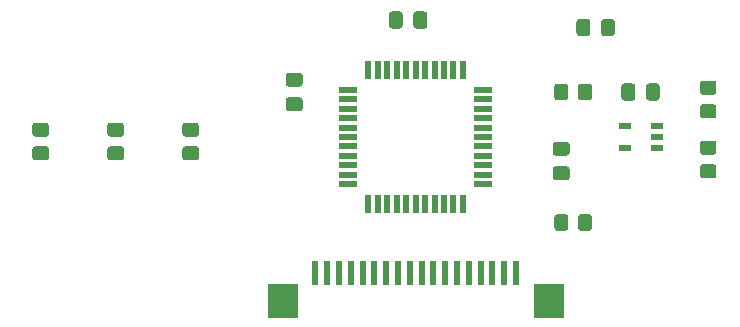
<source format=gbr>
%TF.GenerationSoftware,KiCad,Pcbnew,(5.1.9)-1*%
%TF.CreationDate,2021-07-28T13:21:10+01:00*%
%TF.ProjectId,RGBtoHDMI Amiga Denise CPLD FFC Rev 1.1,52474274-6f48-4444-9d49-20416d696761,rev?*%
%TF.SameCoordinates,Original*%
%TF.FileFunction,Paste,Top*%
%TF.FilePolarity,Positive*%
%FSLAX46Y46*%
G04 Gerber Fmt 4.6, Leading zero omitted, Abs format (unit mm)*
G04 Created by KiCad (PCBNEW (5.1.9)-1) date 2021-07-28 13:21:10*
%MOMM*%
%LPD*%
G01*
G04 APERTURE LIST*
%ADD10R,0.600000X2.000000*%
%ADD11R,2.500000X3.000000*%
%ADD12R,1.050000X0.600000*%
%ADD13R,1.500000X0.550000*%
%ADD14R,0.550000X1.500000*%
G04 APERTURE END LIST*
D10*
%TO.C,FFC18*%
X140090000Y-101645000D03*
X141090000Y-101645000D03*
X142090000Y-101645000D03*
X143090000Y-101645000D03*
X144090000Y-101645000D03*
X145090000Y-101645000D03*
X146090000Y-101645000D03*
X147090000Y-101645000D03*
X148090000Y-101645000D03*
X149090000Y-101645000D03*
X150090000Y-101645000D03*
X151090000Y-101645000D03*
X152090000Y-101645000D03*
X153090000Y-101645000D03*
X154090000Y-101645000D03*
X155090000Y-101645000D03*
X156090000Y-101645000D03*
X157090000Y-101645000D03*
D11*
X159840000Y-104095000D03*
X137340000Y-104095000D03*
%TD*%
%TO.C,R7*%
G36*
G01*
X116389999Y-90951000D02*
X117290001Y-90951000D01*
G75*
G02*
X117540000Y-91200999I0J-249999D01*
G01*
X117540000Y-91901001D01*
G75*
G02*
X117290001Y-92151000I-249999J0D01*
G01*
X116389999Y-92151000D01*
G75*
G02*
X116140000Y-91901001I0J249999D01*
G01*
X116140000Y-91200999D01*
G75*
G02*
X116389999Y-90951000I249999J0D01*
G01*
G37*
G36*
G01*
X116389999Y-88951000D02*
X117290001Y-88951000D01*
G75*
G02*
X117540000Y-89200999I0J-249999D01*
G01*
X117540000Y-89901001D01*
G75*
G02*
X117290001Y-90151000I-249999J0D01*
G01*
X116389999Y-90151000D01*
G75*
G02*
X116140000Y-89901001I0J249999D01*
G01*
X116140000Y-89200999D01*
G75*
G02*
X116389999Y-88951000I249999J0D01*
G01*
G37*
%TD*%
%TO.C,R6*%
G36*
G01*
X122739999Y-90951000D02*
X123640001Y-90951000D01*
G75*
G02*
X123890000Y-91200999I0J-249999D01*
G01*
X123890000Y-91901001D01*
G75*
G02*
X123640001Y-92151000I-249999J0D01*
G01*
X122739999Y-92151000D01*
G75*
G02*
X122490000Y-91901001I0J249999D01*
G01*
X122490000Y-91200999D01*
G75*
G02*
X122739999Y-90951000I249999J0D01*
G01*
G37*
G36*
G01*
X122739999Y-88951000D02*
X123640001Y-88951000D01*
G75*
G02*
X123890000Y-89200999I0J-249999D01*
G01*
X123890000Y-89901001D01*
G75*
G02*
X123640001Y-90151000I-249999J0D01*
G01*
X122739999Y-90151000D01*
G75*
G02*
X122490000Y-89901001I0J249999D01*
G01*
X122490000Y-89200999D01*
G75*
G02*
X122739999Y-88951000I249999J0D01*
G01*
G37*
%TD*%
%TO.C,C5*%
G36*
G01*
X168090000Y-86835000D02*
X168090000Y-85885000D01*
G75*
G02*
X168340000Y-85635000I250000J0D01*
G01*
X169015000Y-85635000D01*
G75*
G02*
X169265000Y-85885000I0J-250000D01*
G01*
X169265000Y-86835000D01*
G75*
G02*
X169015000Y-87085000I-250000J0D01*
G01*
X168340000Y-87085000D01*
G75*
G02*
X168090000Y-86835000I0J250000D01*
G01*
G37*
G36*
G01*
X166015000Y-86835000D02*
X166015000Y-85885000D01*
G75*
G02*
X166265000Y-85635000I250000J0D01*
G01*
X166940000Y-85635000D01*
G75*
G02*
X167190000Y-85885000I0J-250000D01*
G01*
X167190000Y-86835000D01*
G75*
G02*
X166940000Y-87085000I-250000J0D01*
G01*
X166265000Y-87085000D01*
G75*
G02*
X166015000Y-86835000I0J250000D01*
G01*
G37*
%TD*%
D12*
%TO.C,U2*%
X168990000Y-91120000D03*
X168990000Y-90170000D03*
X168990000Y-89220000D03*
X166290000Y-89220000D03*
X166290000Y-91120000D03*
%TD*%
%TO.C,R5*%
G36*
G01*
X172904999Y-92475000D02*
X173805001Y-92475000D01*
G75*
G02*
X174055000Y-92724999I0J-249999D01*
G01*
X174055000Y-93425001D01*
G75*
G02*
X173805001Y-93675000I-249999J0D01*
G01*
X172904999Y-93675000D01*
G75*
G02*
X172655000Y-93425001I0J249999D01*
G01*
X172655000Y-92724999D01*
G75*
G02*
X172904999Y-92475000I249999J0D01*
G01*
G37*
G36*
G01*
X172904999Y-90475000D02*
X173805001Y-90475000D01*
G75*
G02*
X174055000Y-90724999I0J-249999D01*
G01*
X174055000Y-91425001D01*
G75*
G02*
X173805001Y-91675000I-249999J0D01*
G01*
X172904999Y-91675000D01*
G75*
G02*
X172655000Y-91425001I0J249999D01*
G01*
X172655000Y-90724999D01*
G75*
G02*
X172904999Y-90475000I249999J0D01*
G01*
G37*
%TD*%
%TO.C,R4*%
G36*
G01*
X172904999Y-87395000D02*
X173805001Y-87395000D01*
G75*
G02*
X174055000Y-87644999I0J-249999D01*
G01*
X174055000Y-88345001D01*
G75*
G02*
X173805001Y-88595000I-249999J0D01*
G01*
X172904999Y-88595000D01*
G75*
G02*
X172655000Y-88345001I0J249999D01*
G01*
X172655000Y-87644999D01*
G75*
G02*
X172904999Y-87395000I249999J0D01*
G01*
G37*
G36*
G01*
X172904999Y-85395000D02*
X173805001Y-85395000D01*
G75*
G02*
X174055000Y-85644999I0J-249999D01*
G01*
X174055000Y-86345001D01*
G75*
G02*
X173805001Y-86595000I-249999J0D01*
G01*
X172904999Y-86595000D01*
G75*
G02*
X172655000Y-86345001I0J249999D01*
G01*
X172655000Y-85644999D01*
G75*
G02*
X172904999Y-85395000I249999J0D01*
G01*
G37*
%TD*%
%TO.C,C1*%
G36*
G01*
X164280000Y-81374000D02*
X164280000Y-80424000D01*
G75*
G02*
X164530000Y-80174000I250000J0D01*
G01*
X165205000Y-80174000D01*
G75*
G02*
X165455000Y-80424000I0J-250000D01*
G01*
X165455000Y-81374000D01*
G75*
G02*
X165205000Y-81624000I-250000J0D01*
G01*
X164530000Y-81624000D01*
G75*
G02*
X164280000Y-81374000I0J250000D01*
G01*
G37*
G36*
G01*
X162205000Y-81374000D02*
X162205000Y-80424000D01*
G75*
G02*
X162455000Y-80174000I250000J0D01*
G01*
X163130000Y-80174000D01*
G75*
G02*
X163380000Y-80424000I0J-250000D01*
G01*
X163380000Y-81374000D01*
G75*
G02*
X163130000Y-81624000I-250000J0D01*
G01*
X162455000Y-81624000D01*
G75*
G02*
X162205000Y-81374000I0J250000D01*
G01*
G37*
%TD*%
%TO.C,R3*%
G36*
G01*
X162325000Y-86810001D02*
X162325000Y-85909999D01*
G75*
G02*
X162574999Y-85660000I249999J0D01*
G01*
X163275001Y-85660000D01*
G75*
G02*
X163525000Y-85909999I0J-249999D01*
G01*
X163525000Y-86810001D01*
G75*
G02*
X163275001Y-87060000I-249999J0D01*
G01*
X162574999Y-87060000D01*
G75*
G02*
X162325000Y-86810001I0J249999D01*
G01*
G37*
G36*
G01*
X160325000Y-86810001D02*
X160325000Y-85909999D01*
G75*
G02*
X160574999Y-85660000I249999J0D01*
G01*
X161275001Y-85660000D01*
G75*
G02*
X161525000Y-85909999I0J-249999D01*
G01*
X161525000Y-86810001D01*
G75*
G02*
X161275001Y-87060000I-249999J0D01*
G01*
X160574999Y-87060000D01*
G75*
G02*
X160325000Y-86810001I0J249999D01*
G01*
G37*
%TD*%
%TO.C,R2*%
G36*
G01*
X162325000Y-97859001D02*
X162325000Y-96958999D01*
G75*
G02*
X162574999Y-96709000I249999J0D01*
G01*
X163275001Y-96709000D01*
G75*
G02*
X163525000Y-96958999I0J-249999D01*
G01*
X163525000Y-97859001D01*
G75*
G02*
X163275001Y-98109000I-249999J0D01*
G01*
X162574999Y-98109000D01*
G75*
G02*
X162325000Y-97859001I0J249999D01*
G01*
G37*
G36*
G01*
X160325000Y-97859001D02*
X160325000Y-96958999D01*
G75*
G02*
X160574999Y-96709000I249999J0D01*
G01*
X161275001Y-96709000D01*
G75*
G02*
X161525000Y-96958999I0J-249999D01*
G01*
X161525000Y-97859001D01*
G75*
G02*
X161275001Y-98109000I-249999J0D01*
G01*
X160574999Y-98109000D01*
G75*
G02*
X160325000Y-97859001I0J249999D01*
G01*
G37*
%TD*%
%TO.C,R1*%
G36*
G01*
X129089999Y-90951000D02*
X129990001Y-90951000D01*
G75*
G02*
X130240000Y-91200999I0J-249999D01*
G01*
X130240000Y-91901001D01*
G75*
G02*
X129990001Y-92151000I-249999J0D01*
G01*
X129089999Y-92151000D01*
G75*
G02*
X128840000Y-91901001I0J249999D01*
G01*
X128840000Y-91200999D01*
G75*
G02*
X129089999Y-90951000I249999J0D01*
G01*
G37*
G36*
G01*
X129089999Y-88951000D02*
X129990001Y-88951000D01*
G75*
G02*
X130240000Y-89200999I0J-249999D01*
G01*
X130240000Y-89901001D01*
G75*
G02*
X129990001Y-90151000I-249999J0D01*
G01*
X129089999Y-90151000D01*
G75*
G02*
X128840000Y-89901001I0J249999D01*
G01*
X128840000Y-89200999D01*
G75*
G02*
X129089999Y-88951000I249999J0D01*
G01*
G37*
%TD*%
%TO.C,C4*%
G36*
G01*
X138778000Y-85910000D02*
X137828000Y-85910000D01*
G75*
G02*
X137578000Y-85660000I0J250000D01*
G01*
X137578000Y-84985000D01*
G75*
G02*
X137828000Y-84735000I250000J0D01*
G01*
X138778000Y-84735000D01*
G75*
G02*
X139028000Y-84985000I0J-250000D01*
G01*
X139028000Y-85660000D01*
G75*
G02*
X138778000Y-85910000I-250000J0D01*
G01*
G37*
G36*
G01*
X138778000Y-87985000D02*
X137828000Y-87985000D01*
G75*
G02*
X137578000Y-87735000I0J250000D01*
G01*
X137578000Y-87060000D01*
G75*
G02*
X137828000Y-86810000I250000J0D01*
G01*
X138778000Y-86810000D01*
G75*
G02*
X139028000Y-87060000I0J-250000D01*
G01*
X139028000Y-87735000D01*
G75*
G02*
X138778000Y-87985000I-250000J0D01*
G01*
G37*
%TD*%
%TO.C,C3*%
G36*
G01*
X160434000Y-92652000D02*
X161384000Y-92652000D01*
G75*
G02*
X161634000Y-92902000I0J-250000D01*
G01*
X161634000Y-93577000D01*
G75*
G02*
X161384000Y-93827000I-250000J0D01*
G01*
X160434000Y-93827000D01*
G75*
G02*
X160184000Y-93577000I0J250000D01*
G01*
X160184000Y-92902000D01*
G75*
G02*
X160434000Y-92652000I250000J0D01*
G01*
G37*
G36*
G01*
X160434000Y-90577000D02*
X161384000Y-90577000D01*
G75*
G02*
X161634000Y-90827000I0J-250000D01*
G01*
X161634000Y-91502000D01*
G75*
G02*
X161384000Y-91752000I-250000J0D01*
G01*
X160434000Y-91752000D01*
G75*
G02*
X160184000Y-91502000I0J250000D01*
G01*
X160184000Y-90827000D01*
G75*
G02*
X160434000Y-90577000I250000J0D01*
G01*
G37*
%TD*%
%TO.C,C2*%
G36*
G01*
X147505000Y-79789000D02*
X147505000Y-80739000D01*
G75*
G02*
X147255000Y-80989000I-250000J0D01*
G01*
X146580000Y-80989000D01*
G75*
G02*
X146330000Y-80739000I0J250000D01*
G01*
X146330000Y-79789000D01*
G75*
G02*
X146580000Y-79539000I250000J0D01*
G01*
X147255000Y-79539000D01*
G75*
G02*
X147505000Y-79789000I0J-250000D01*
G01*
G37*
G36*
G01*
X149580000Y-79789000D02*
X149580000Y-80739000D01*
G75*
G02*
X149330000Y-80989000I-250000J0D01*
G01*
X148655000Y-80989000D01*
G75*
G02*
X148405000Y-80739000I0J250000D01*
G01*
X148405000Y-79789000D01*
G75*
G02*
X148655000Y-79539000I250000J0D01*
G01*
X149330000Y-79539000D01*
G75*
G02*
X149580000Y-79789000I0J-250000D01*
G01*
G37*
%TD*%
D13*
%TO.C,U1*%
X142890000Y-94170000D03*
X142890000Y-93370000D03*
X142890000Y-92570000D03*
X142890000Y-91770000D03*
X142890000Y-90970000D03*
X142890000Y-90170000D03*
X142890000Y-89370000D03*
X142890000Y-88570000D03*
X142890000Y-87770000D03*
X142890000Y-86970000D03*
X142890000Y-86170000D03*
D14*
X144590000Y-84470000D03*
X145390000Y-84470000D03*
X146190000Y-84470000D03*
X146990000Y-84470000D03*
X147790000Y-84470000D03*
X148590000Y-84470000D03*
X149390000Y-84470000D03*
X150190000Y-84470000D03*
X150990000Y-84470000D03*
X151790000Y-84470000D03*
X152590000Y-84470000D03*
D13*
X154290000Y-86170000D03*
X154290000Y-86970000D03*
X154290000Y-87770000D03*
X154290000Y-88570000D03*
X154290000Y-89370000D03*
X154290000Y-90170000D03*
X154290000Y-90970000D03*
X154290000Y-91770000D03*
X154290000Y-92570000D03*
X154290000Y-93370000D03*
X154290000Y-94170000D03*
D14*
X152590000Y-95870000D03*
X151790000Y-95870000D03*
X150990000Y-95870000D03*
X150190000Y-95870000D03*
X149390000Y-95870000D03*
X148590000Y-95870000D03*
X147790000Y-95870000D03*
X146990000Y-95870000D03*
X146190000Y-95870000D03*
X145390000Y-95870000D03*
X144590000Y-95870000D03*
%TD*%
M02*

</source>
